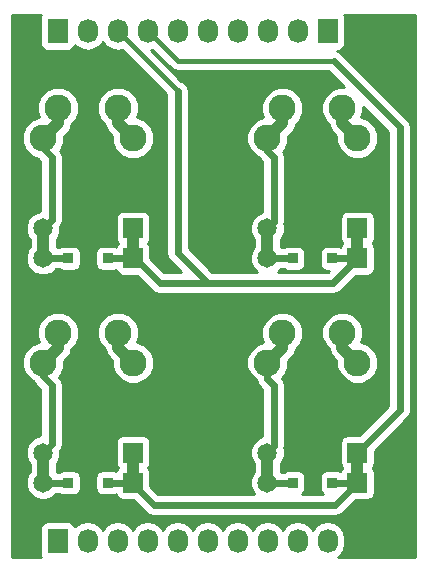
<source format=gbl>
G04 #@! TF.FileFunction,Copper,L2,Bot,Signal*
%FSLAX46Y46*%
G04 Gerber Fmt 4.6, Leading zero omitted, Abs format (unit mm)*
G04 Created by KiCad (PCBNEW (after 2015-jan-16 BZR unknown)-brewed_product) date Sunday, March 08, 2015 'PMt' 01:09:04 PM*
%MOMM*%
G01*
G04 APERTURE LIST*
%ADD10C,0.100000*%
%ADD11C,0.609600*%
%ADD12R,1.727200X2.032000*%
%ADD13O,1.727200X2.032000*%
%ADD14C,2.286000*%
%ADD15C,1.701800*%
%ADD16C,1.651000*%
%ADD17R,1.651000X1.651000*%
%ADD18R,0.838200X0.838200*%
%ADD19C,1.016000*%
%ADD20C,0.406400*%
%ADD21C,0.254000*%
G04 APERTURE END LIST*
D10*
D11*
X184190000Y-138620000D02*
X186336300Y-138620000D01*
X189663700Y-138620000D02*
X191810000Y-138620000D01*
X184190000Y-157620000D02*
X186336300Y-157620000D01*
X189663700Y-157620000D02*
X191810000Y-157620000D01*
X203190000Y-138620000D02*
X205336300Y-138620000D01*
X208663700Y-138620000D02*
X210810000Y-138620000D01*
X203190000Y-157620000D02*
X205336300Y-157620000D01*
X208663700Y-157620000D02*
X210810000Y-157620000D01*
D12*
X185420000Y-162560000D03*
D13*
X187960000Y-162560000D03*
X190500000Y-162560000D03*
X193040000Y-162560000D03*
X195580000Y-162560000D03*
X198120000Y-162560000D03*
X200660000Y-162560000D03*
X203200000Y-162560000D03*
X205740000Y-162560000D03*
X208280000Y-162560000D03*
D14*
X190540000Y-125920000D03*
X184190000Y-128460000D03*
D15*
X182920000Y-131000000D03*
X193080000Y-131000000D03*
D14*
X191810000Y-128460000D03*
X185460000Y-125920000D03*
D16*
X184190000Y-136080000D03*
D17*
X191810000Y-136080000D03*
D16*
X184190000Y-138620000D03*
D17*
X191810000Y-138620000D03*
D18*
X186336300Y-138620000D03*
X189663700Y-138620000D03*
D14*
X190540000Y-144920000D03*
X184190000Y-147460000D03*
D15*
X182920000Y-150000000D03*
X193080000Y-150000000D03*
D14*
X191810000Y-147460000D03*
X185460000Y-144920000D03*
D16*
X184190000Y-155080000D03*
D17*
X191810000Y-155080000D03*
D16*
X184190000Y-157620000D03*
D17*
X191810000Y-157620000D03*
D18*
X186336300Y-157620000D03*
X189663700Y-157620000D03*
D14*
X209540000Y-125920000D03*
X203190000Y-128460000D03*
D15*
X201920000Y-131000000D03*
X212080000Y-131000000D03*
D14*
X210810000Y-128460000D03*
X204460000Y-125920000D03*
D16*
X203190000Y-136080000D03*
D17*
X210810000Y-136080000D03*
D16*
X203190000Y-138620000D03*
D17*
X210810000Y-138620000D03*
D18*
X205336300Y-138620000D03*
X208663700Y-138620000D03*
D14*
X209540000Y-144920000D03*
X203190000Y-147460000D03*
D15*
X201920000Y-150000000D03*
X212080000Y-150000000D03*
D14*
X210810000Y-147460000D03*
X204460000Y-144920000D03*
D16*
X203190000Y-155080000D03*
D17*
X210810000Y-155080000D03*
D16*
X203190000Y-157620000D03*
D17*
X210810000Y-157620000D03*
D18*
X205336300Y-157620000D03*
X208663700Y-157620000D03*
D12*
X185420000Y-119380000D03*
D13*
X187960000Y-119380000D03*
X190500000Y-119380000D03*
X193040000Y-119380000D03*
D12*
X208280000Y-119380000D03*
D13*
X205740000Y-119380000D03*
X203200000Y-119380000D03*
X200660000Y-119380000D03*
X198120000Y-119380000D03*
X195580000Y-119380000D03*
D11*
X190540000Y-125920000D02*
X190500000Y-127000000D01*
D19*
X190540000Y-144920000D02*
X190540000Y-146190000D01*
X190540000Y-146190000D02*
X191810000Y-147460000D01*
X190540000Y-125920000D02*
X190540000Y-127190000D01*
X190540000Y-127190000D02*
X191810000Y-128460000D01*
D20*
X190500000Y-119380000D02*
X195580000Y-124460000D01*
D11*
X195580000Y-138176000D02*
X198120000Y-140716000D01*
X195580000Y-124460000D02*
X195580000Y-138176000D01*
D19*
X210810000Y-136080000D02*
X210810000Y-138620000D01*
X191810000Y-136080000D02*
X191810000Y-138620000D01*
D11*
X191810000Y-138620000D02*
X191960000Y-138620000D01*
X191960000Y-138620000D02*
X194056000Y-140716000D01*
X194056000Y-140716000D02*
X198120000Y-140716000D01*
X198120000Y-140716000D02*
X208714000Y-140716000D01*
X208714000Y-140716000D02*
X210810000Y-138620000D01*
D20*
X193040000Y-119380000D02*
X195580000Y-121920000D01*
D11*
X214376000Y-151514000D02*
X210810000Y-155080000D01*
X214376000Y-127508000D02*
X214376000Y-151514000D01*
X208788000Y-121920000D02*
X214376000Y-127508000D01*
D20*
X195580000Y-121920000D02*
X208788000Y-121920000D01*
D19*
X210810000Y-155080000D02*
X210810000Y-157620000D01*
X191810000Y-155080000D02*
X191810000Y-157620000D01*
D11*
X191810000Y-157620000D02*
X191810000Y-157774000D01*
X191810000Y-157774000D02*
X193548000Y-159512000D01*
X193548000Y-159512000D02*
X208918000Y-159512000D01*
X208918000Y-159512000D02*
X210810000Y-157620000D01*
D19*
X209540000Y-146190000D02*
X210810000Y-147460000D01*
X209540000Y-144920000D02*
X209540000Y-146190000D01*
X209540000Y-125920000D02*
X209540000Y-127190000D01*
X209540000Y-127190000D02*
X210810000Y-128460000D01*
D11*
X184190000Y-128460000D02*
X184190000Y-129326000D01*
X184190000Y-129326000D02*
X184912000Y-130048000D01*
X184912000Y-135358000D02*
X184190000Y-136080000D01*
X184912000Y-130048000D02*
X184912000Y-135358000D01*
D19*
X184190000Y-136080000D02*
X184190000Y-138620000D01*
X185460000Y-125920000D02*
X185460000Y-127190000D01*
X185460000Y-127190000D02*
X184190000Y-128460000D01*
D11*
X184190000Y-147460000D02*
X184190000Y-148630000D01*
X184912000Y-154358000D02*
X184190000Y-155080000D01*
X184912000Y-149352000D02*
X184912000Y-154358000D01*
X184190000Y-148630000D02*
X184912000Y-149352000D01*
D19*
X184190000Y-155080000D02*
X184190000Y-157620000D01*
X185460000Y-144920000D02*
X185460000Y-146190000D01*
X185460000Y-146190000D02*
X184190000Y-147460000D01*
D11*
X203190000Y-128460000D02*
X203190000Y-129530000D01*
X203190000Y-129530000D02*
X203708000Y-130048000D01*
X203708000Y-130048000D02*
X203708000Y-135562000D01*
X203708000Y-135562000D02*
X203190000Y-136080000D01*
D19*
X203190000Y-136080000D02*
X203190000Y-138620000D01*
X204460000Y-125920000D02*
X204460000Y-127190000D01*
X204460000Y-127190000D02*
X203190000Y-128460000D01*
D11*
X203708000Y-154562000D02*
X203190000Y-155080000D01*
X203708000Y-149352000D02*
X203708000Y-154562000D01*
X203190000Y-148834000D02*
X203708000Y-149352000D01*
X203190000Y-147460000D02*
X203190000Y-148834000D01*
D19*
X203190000Y-155080000D02*
X203190000Y-157620000D01*
X204460000Y-144920000D02*
X204460000Y-146190000D01*
X204460000Y-146190000D02*
X203190000Y-147460000D01*
D21*
G36*
X215723000Y-163907000D02*
X215392000Y-163907000D01*
X209186140Y-163907000D01*
X209339670Y-163804415D01*
X209664526Y-163318234D01*
X209778600Y-162744745D01*
X209778600Y-162375255D01*
X209664526Y-161801766D01*
X209339670Y-161315585D01*
X208853489Y-160990729D01*
X208280000Y-160876655D01*
X207706511Y-160990729D01*
X207220330Y-161315585D01*
X207010000Y-161630365D01*
X206799670Y-161315585D01*
X206313489Y-160990729D01*
X205740000Y-160876655D01*
X205166511Y-160990729D01*
X204680330Y-161315585D01*
X204470000Y-161630365D01*
X204259670Y-161315585D01*
X203773489Y-160990729D01*
X203200000Y-160876655D01*
X202626511Y-160990729D01*
X202140330Y-161315585D01*
X201930000Y-161630365D01*
X201719670Y-161315585D01*
X201233489Y-160990729D01*
X200660000Y-160876655D01*
X200086511Y-160990729D01*
X199600330Y-161315585D01*
X199390000Y-161630365D01*
X199179670Y-161315585D01*
X198693489Y-160990729D01*
X198120000Y-160876655D01*
X197546511Y-160990729D01*
X197060330Y-161315585D01*
X196850000Y-161630365D01*
X196639670Y-161315585D01*
X196153489Y-160990729D01*
X195580000Y-160876655D01*
X195006511Y-160990729D01*
X194520330Y-161315585D01*
X194310000Y-161630365D01*
X194099670Y-161315585D01*
X193613489Y-160990729D01*
X193040000Y-160876655D01*
X192466511Y-160990729D01*
X191980330Y-161315585D01*
X191770000Y-161630365D01*
X191559670Y-161315585D01*
X191073489Y-160990729D01*
X190500000Y-160876655D01*
X189926511Y-160990729D01*
X189440330Y-161315585D01*
X189230000Y-161630365D01*
X189019670Y-161315585D01*
X188533489Y-160990729D01*
X187960000Y-160876655D01*
X187402840Y-160987480D01*
X187402840Y-158039100D01*
X187402840Y-157200900D01*
X187402840Y-139039100D01*
X187402840Y-138200900D01*
X187355863Y-137958777D01*
X187216073Y-137745973D01*
X187005040Y-137603523D01*
X186755400Y-137553460D01*
X185917200Y-137553460D01*
X185675077Y-137600437D01*
X185553652Y-137680200D01*
X185333000Y-137680200D01*
X185333000Y-137002652D01*
X185427430Y-136908387D01*
X185650246Y-136371786D01*
X185650647Y-135911627D01*
X185780262Y-135717646D01*
X185851800Y-135358000D01*
X185851800Y-130048000D01*
X185780262Y-129688354D01*
X185658586Y-129506254D01*
X185696436Y-129468471D01*
X185967691Y-128815218D01*
X185968141Y-128298304D01*
X186268223Y-127998223D01*
X186515994Y-127627407D01*
X186577864Y-127316365D01*
X186966436Y-126928471D01*
X187237691Y-126275218D01*
X187238308Y-125567886D01*
X186968194Y-124914160D01*
X186468471Y-124413564D01*
X185815218Y-124142309D01*
X185107886Y-124141692D01*
X184454160Y-124411806D01*
X183953564Y-124911529D01*
X183682309Y-125564782D01*
X183681692Y-126272114D01*
X183850930Y-126681703D01*
X183837886Y-126681692D01*
X183184160Y-126951806D01*
X182683564Y-127451529D01*
X182412309Y-128104782D01*
X182411692Y-128812114D01*
X182681806Y-129465840D01*
X183181529Y-129966436D01*
X183728467Y-130193545D01*
X183972200Y-130437278D01*
X183972200Y-134619309D01*
X183900763Y-134619247D01*
X183363774Y-134841126D01*
X182952570Y-135251613D01*
X182729754Y-135788214D01*
X182729247Y-136369237D01*
X182951126Y-136906226D01*
X183047000Y-137002267D01*
X183047000Y-137697347D01*
X182952570Y-137791613D01*
X182729754Y-138328214D01*
X182729247Y-138909237D01*
X182951126Y-139446226D01*
X183361613Y-139857430D01*
X183898214Y-140080246D01*
X184479237Y-140080753D01*
X185016226Y-139858874D01*
X185315822Y-139559800D01*
X185553966Y-139559800D01*
X185667560Y-139636477D01*
X185917200Y-139686540D01*
X186755400Y-139686540D01*
X186997523Y-139639563D01*
X187210327Y-139499773D01*
X187352777Y-139288740D01*
X187402840Y-139039100D01*
X187402840Y-157200900D01*
X187355863Y-156958777D01*
X187216073Y-156745973D01*
X187005040Y-156603523D01*
X186755400Y-156553460D01*
X185917200Y-156553460D01*
X185675077Y-156600437D01*
X185553652Y-156680200D01*
X185333000Y-156680200D01*
X185333000Y-156002652D01*
X185427430Y-155908387D01*
X185650246Y-155371786D01*
X185650647Y-154911627D01*
X185780262Y-154717646D01*
X185851800Y-154358000D01*
X185851800Y-149352000D01*
X185780262Y-148992354D01*
X185576539Y-148687461D01*
X185526844Y-148637766D01*
X185696436Y-148468471D01*
X185967691Y-147815218D01*
X185968141Y-147298304D01*
X186268223Y-146998223D01*
X186515994Y-146627407D01*
X186577864Y-146316365D01*
X186966436Y-145928471D01*
X187237691Y-145275218D01*
X187238308Y-144567886D01*
X186968194Y-143914160D01*
X186468471Y-143413564D01*
X185815218Y-143142309D01*
X185107886Y-143141692D01*
X184454160Y-143411806D01*
X183953564Y-143911529D01*
X183682309Y-144564782D01*
X183681692Y-145272114D01*
X183850930Y-145681703D01*
X183837886Y-145681692D01*
X183184160Y-145951806D01*
X182683564Y-146451529D01*
X182412309Y-147104782D01*
X182411692Y-147812114D01*
X182681806Y-148465840D01*
X183181529Y-148966436D01*
X183354113Y-149038099D01*
X183525461Y-149294539D01*
X183972200Y-149741278D01*
X183972200Y-153619309D01*
X183900763Y-153619247D01*
X183363774Y-153841126D01*
X182952570Y-154251613D01*
X182729754Y-154788214D01*
X182729247Y-155369237D01*
X182951126Y-155906226D01*
X183047000Y-156002267D01*
X183047000Y-156697347D01*
X182952570Y-156791613D01*
X182729754Y-157328214D01*
X182729247Y-157909237D01*
X182951126Y-158446226D01*
X183361613Y-158857430D01*
X183898214Y-159080246D01*
X184479237Y-159080753D01*
X185016226Y-158858874D01*
X185315822Y-158559800D01*
X185553966Y-158559800D01*
X185667560Y-158636477D01*
X185917200Y-158686540D01*
X186755400Y-158686540D01*
X186997523Y-158639563D01*
X187210327Y-158499773D01*
X187352777Y-158288740D01*
X187402840Y-158039100D01*
X187402840Y-160987480D01*
X187386511Y-160990729D01*
X186900330Y-161315585D01*
X186889784Y-161331367D01*
X186884063Y-161301877D01*
X186744273Y-161089073D01*
X186533240Y-160946623D01*
X186283600Y-160896560D01*
X184556400Y-160896560D01*
X184314277Y-160943537D01*
X184101473Y-161083327D01*
X183959023Y-161294360D01*
X183908960Y-161544000D01*
X183908960Y-163576000D01*
X183955937Y-163818123D01*
X184014319Y-163907000D01*
X181533000Y-163907000D01*
X181533000Y-118033000D01*
X184013942Y-118033000D01*
X183959023Y-118114360D01*
X183908960Y-118364000D01*
X183908960Y-120396000D01*
X183955937Y-120638123D01*
X184095727Y-120850927D01*
X184306760Y-120993377D01*
X184556400Y-121043440D01*
X186283600Y-121043440D01*
X186525723Y-120996463D01*
X186738527Y-120856673D01*
X186880977Y-120645640D01*
X186888718Y-120607037D01*
X186900330Y-120624415D01*
X187386511Y-120949271D01*
X187960000Y-121063345D01*
X188533489Y-120949271D01*
X189019670Y-120624415D01*
X189230000Y-120309634D01*
X189440330Y-120624415D01*
X189926511Y-120949271D01*
X190500000Y-121063345D01*
X190915335Y-120980729D01*
X194640200Y-124705594D01*
X194640200Y-138176000D01*
X194711738Y-138535646D01*
X194915461Y-138840539D01*
X195851122Y-139776200D01*
X194445278Y-139776200D01*
X193588308Y-138919230D01*
X193588308Y-128107886D01*
X193318194Y-127454160D01*
X192818471Y-126953564D01*
X192165218Y-126682309D01*
X192148657Y-126682294D01*
X192317691Y-126275218D01*
X192318308Y-125567886D01*
X192048194Y-124914160D01*
X191548471Y-124413564D01*
X190895218Y-124142309D01*
X190187886Y-124141692D01*
X189534160Y-124411806D01*
X189033564Y-124911529D01*
X188762309Y-125564782D01*
X188761692Y-126272114D01*
X189031806Y-126925840D01*
X189422256Y-127316972D01*
X189484006Y-127627407D01*
X189731777Y-127998223D01*
X190032139Y-128298585D01*
X190031692Y-128812114D01*
X190301806Y-129465840D01*
X190801529Y-129966436D01*
X191454782Y-130237691D01*
X192162114Y-130238308D01*
X192815840Y-129968194D01*
X193316436Y-129468471D01*
X193587691Y-128815218D01*
X193588308Y-128107886D01*
X193588308Y-138919230D01*
X193282940Y-138613862D01*
X193282940Y-137794500D01*
X193235963Y-137552377D01*
X193102194Y-137348739D01*
X193232877Y-137155140D01*
X193282940Y-136905500D01*
X193282940Y-135254500D01*
X193235963Y-135012377D01*
X193096173Y-134799573D01*
X192885140Y-134657123D01*
X192635500Y-134607060D01*
X190984500Y-134607060D01*
X190742377Y-134654037D01*
X190529573Y-134793827D01*
X190387123Y-135004860D01*
X190337060Y-135254500D01*
X190337060Y-136905500D01*
X190384037Y-137147623D01*
X190517805Y-137351260D01*
X190387123Y-137544860D01*
X190370241Y-137629039D01*
X190332440Y-137603523D01*
X190082800Y-137553460D01*
X189244600Y-137553460D01*
X189002477Y-137600437D01*
X188789673Y-137740227D01*
X188647223Y-137951260D01*
X188597160Y-138200900D01*
X188597160Y-139039100D01*
X188644137Y-139281223D01*
X188783927Y-139494027D01*
X188994960Y-139636477D01*
X189244600Y-139686540D01*
X190082800Y-139686540D01*
X190324923Y-139639563D01*
X190369083Y-139610553D01*
X190384037Y-139687623D01*
X190523827Y-139900427D01*
X190734860Y-140042877D01*
X190984500Y-140092940D01*
X192103862Y-140092940D01*
X193391461Y-141380539D01*
X193696354Y-141584262D01*
X194056000Y-141655800D01*
X198120000Y-141655800D01*
X208714000Y-141655800D01*
X209073646Y-141584262D01*
X209378539Y-141380539D01*
X210666138Y-140092940D01*
X211635500Y-140092940D01*
X211877623Y-140045963D01*
X212090427Y-139906173D01*
X212232877Y-139695140D01*
X212282940Y-139445500D01*
X212282940Y-137794500D01*
X212235963Y-137552377D01*
X212102194Y-137348739D01*
X212232877Y-137155140D01*
X212282940Y-136905500D01*
X212282940Y-135254500D01*
X212235963Y-135012377D01*
X212096173Y-134799573D01*
X211885140Y-134657123D01*
X211635500Y-134607060D01*
X209984500Y-134607060D01*
X209742377Y-134654037D01*
X209529573Y-134793827D01*
X209387123Y-135004860D01*
X209337060Y-135254500D01*
X209337060Y-136905500D01*
X209384037Y-137147623D01*
X209517805Y-137351260D01*
X209387123Y-137544860D01*
X209370241Y-137629039D01*
X209332440Y-137603523D01*
X209082800Y-137553460D01*
X208244600Y-137553460D01*
X208002477Y-137600437D01*
X207789673Y-137740227D01*
X207647223Y-137951260D01*
X207597160Y-138200900D01*
X207597160Y-139039100D01*
X207644137Y-139281223D01*
X207783927Y-139494027D01*
X207994960Y-139636477D01*
X208244600Y-139686540D01*
X208414382Y-139686540D01*
X208324722Y-139776200D01*
X204099044Y-139776200D01*
X204315822Y-139559800D01*
X204553966Y-139559800D01*
X204667560Y-139636477D01*
X204917200Y-139686540D01*
X205755400Y-139686540D01*
X205997523Y-139639563D01*
X206210327Y-139499773D01*
X206352777Y-139288740D01*
X206402840Y-139039100D01*
X206402840Y-138200900D01*
X206355863Y-137958777D01*
X206216073Y-137745973D01*
X206005040Y-137603523D01*
X205755400Y-137553460D01*
X204917200Y-137553460D01*
X204675077Y-137600437D01*
X204553652Y-137680200D01*
X204333000Y-137680200D01*
X204333000Y-137002652D01*
X204427430Y-136908387D01*
X204650246Y-136371786D01*
X204650753Y-135790763D01*
X204618042Y-135711598D01*
X204647800Y-135562000D01*
X204647800Y-130048000D01*
X204576262Y-129688354D01*
X204536212Y-129628415D01*
X204696436Y-129468471D01*
X204967691Y-128815218D01*
X204968141Y-128298304D01*
X205268223Y-127998223D01*
X205515994Y-127627407D01*
X205577864Y-127316365D01*
X205966436Y-126928471D01*
X206237691Y-126275218D01*
X206238308Y-125567886D01*
X205968194Y-124914160D01*
X205468471Y-124413564D01*
X204815218Y-124142309D01*
X204107886Y-124141692D01*
X203454160Y-124411806D01*
X202953564Y-124911529D01*
X202682309Y-125564782D01*
X202681692Y-126272114D01*
X202850930Y-126681703D01*
X202837886Y-126681692D01*
X202184160Y-126951806D01*
X201683564Y-127451529D01*
X201412309Y-128104782D01*
X201411692Y-128812114D01*
X201681806Y-129465840D01*
X202181529Y-129966436D01*
X202446589Y-130076498D01*
X202525461Y-130194539D01*
X202768200Y-130437278D01*
X202768200Y-134674020D01*
X202363774Y-134841126D01*
X201952570Y-135251613D01*
X201729754Y-135788214D01*
X201729247Y-136369237D01*
X201951126Y-136906226D01*
X202047000Y-137002267D01*
X202047000Y-137697347D01*
X201952570Y-137791613D01*
X201729754Y-138328214D01*
X201729247Y-138909237D01*
X201951126Y-139446226D01*
X202280524Y-139776200D01*
X198509278Y-139776200D01*
X196519800Y-137786722D01*
X196519800Y-124460000D01*
X196448262Y-124100354D01*
X196244539Y-123795461D01*
X195939646Y-123591738D01*
X195886575Y-123581181D01*
X193314197Y-121008803D01*
X193455335Y-120980729D01*
X194987303Y-122512697D01*
X195259234Y-122694395D01*
X195259235Y-122694396D01*
X195580000Y-122758200D01*
X208297122Y-122758200D01*
X209681044Y-124142122D01*
X209187886Y-124141692D01*
X208534160Y-124411806D01*
X208033564Y-124911529D01*
X207762309Y-125564782D01*
X207761692Y-126272114D01*
X208031806Y-126925840D01*
X208422256Y-127316972D01*
X208484006Y-127627407D01*
X208731777Y-127998223D01*
X209032139Y-128298585D01*
X209031692Y-128812114D01*
X209301806Y-129465840D01*
X209801529Y-129966436D01*
X210454782Y-130237691D01*
X211162114Y-130238308D01*
X211815840Y-129968194D01*
X212316436Y-129468471D01*
X212587691Y-128815218D01*
X212588308Y-128107886D01*
X212318194Y-127454160D01*
X211818471Y-126953564D01*
X211165218Y-126682309D01*
X211148657Y-126682294D01*
X211317691Y-126275218D01*
X211318123Y-125779201D01*
X213436200Y-127897278D01*
X213436200Y-151124722D01*
X212588308Y-151972614D01*
X212588308Y-147107886D01*
X212318194Y-146454160D01*
X211818471Y-145953564D01*
X211165218Y-145682309D01*
X211148657Y-145682294D01*
X211317691Y-145275218D01*
X211318308Y-144567886D01*
X211048194Y-143914160D01*
X210548471Y-143413564D01*
X209895218Y-143142309D01*
X209187886Y-143141692D01*
X208534160Y-143411806D01*
X208033564Y-143911529D01*
X207762309Y-144564782D01*
X207761692Y-145272114D01*
X208031806Y-145925840D01*
X208422256Y-146316972D01*
X208484006Y-146627407D01*
X208731777Y-146998223D01*
X209032139Y-147298585D01*
X209031692Y-147812114D01*
X209301806Y-148465840D01*
X209801529Y-148966436D01*
X210454782Y-149237691D01*
X211162114Y-149238308D01*
X211815840Y-148968194D01*
X212316436Y-148468471D01*
X212587691Y-147815218D01*
X212588308Y-147107886D01*
X212588308Y-151972614D01*
X210953862Y-153607060D01*
X209984500Y-153607060D01*
X209742377Y-153654037D01*
X209529573Y-153793827D01*
X209387123Y-154004860D01*
X209337060Y-154254500D01*
X209337060Y-155905500D01*
X209384037Y-156147623D01*
X209517805Y-156351260D01*
X209387123Y-156544860D01*
X209370241Y-156629039D01*
X209332440Y-156603523D01*
X209082800Y-156553460D01*
X208244600Y-156553460D01*
X208002477Y-156600437D01*
X207789673Y-156740227D01*
X207647223Y-156951260D01*
X207597160Y-157200900D01*
X207597160Y-158039100D01*
X207644137Y-158281223D01*
X207783927Y-158494027D01*
X207899736Y-158572200D01*
X206100070Y-158572200D01*
X206210327Y-158499773D01*
X206352777Y-158288740D01*
X206402840Y-158039100D01*
X206402840Y-157200900D01*
X206355863Y-156958777D01*
X206216073Y-156745973D01*
X206005040Y-156603523D01*
X205755400Y-156553460D01*
X204917200Y-156553460D01*
X204675077Y-156600437D01*
X204553652Y-156680200D01*
X204333000Y-156680200D01*
X204333000Y-156002652D01*
X204427430Y-155908387D01*
X204650246Y-155371786D01*
X204650753Y-154790763D01*
X204618042Y-154711598D01*
X204647800Y-154562000D01*
X204647800Y-149352000D01*
X204576262Y-148992354D01*
X204414361Y-148750053D01*
X204696436Y-148468471D01*
X204967691Y-147815218D01*
X204968141Y-147298304D01*
X205268223Y-146998223D01*
X205515994Y-146627407D01*
X205577864Y-146316365D01*
X205966436Y-145928471D01*
X206237691Y-145275218D01*
X206238308Y-144567886D01*
X205968194Y-143914160D01*
X205468471Y-143413564D01*
X204815218Y-143142309D01*
X204107886Y-143141692D01*
X203454160Y-143411806D01*
X202953564Y-143911529D01*
X202682309Y-144564782D01*
X202681692Y-145272114D01*
X202850930Y-145681703D01*
X202837886Y-145681692D01*
X202184160Y-145951806D01*
X201683564Y-146451529D01*
X201412309Y-147104782D01*
X201411692Y-147812114D01*
X201681806Y-148465840D01*
X202181529Y-148966436D01*
X202285097Y-149009441D01*
X202321738Y-149193646D01*
X202525461Y-149498539D01*
X202768200Y-149741278D01*
X202768200Y-153674020D01*
X202363774Y-153841126D01*
X201952570Y-154251613D01*
X201729754Y-154788214D01*
X201729247Y-155369237D01*
X201951126Y-155906226D01*
X202047000Y-156002267D01*
X202047000Y-156697347D01*
X201952570Y-156791613D01*
X201729754Y-157328214D01*
X201729247Y-157909237D01*
X201951126Y-158446226D01*
X202076880Y-158572200D01*
X193937278Y-158572200D01*
X193588308Y-158223230D01*
X193588308Y-147107886D01*
X193318194Y-146454160D01*
X192818471Y-145953564D01*
X192165218Y-145682309D01*
X192148657Y-145682294D01*
X192317691Y-145275218D01*
X192318308Y-144567886D01*
X192048194Y-143914160D01*
X191548471Y-143413564D01*
X190895218Y-143142309D01*
X190187886Y-143141692D01*
X189534160Y-143411806D01*
X189033564Y-143911529D01*
X188762309Y-144564782D01*
X188761692Y-145272114D01*
X189031806Y-145925840D01*
X189422256Y-146316972D01*
X189484006Y-146627407D01*
X189731777Y-146998223D01*
X190032139Y-147298585D01*
X190031692Y-147812114D01*
X190301806Y-148465840D01*
X190801529Y-148966436D01*
X191454782Y-149237691D01*
X192162114Y-149238308D01*
X192815840Y-148968194D01*
X193316436Y-148468471D01*
X193587691Y-147815218D01*
X193588308Y-147107886D01*
X193588308Y-158223230D01*
X193282940Y-157917862D01*
X193282940Y-156794500D01*
X193235963Y-156552377D01*
X193102194Y-156348739D01*
X193232877Y-156155140D01*
X193282940Y-155905500D01*
X193282940Y-154254500D01*
X193235963Y-154012377D01*
X193096173Y-153799573D01*
X192885140Y-153657123D01*
X192635500Y-153607060D01*
X190984500Y-153607060D01*
X190742377Y-153654037D01*
X190529573Y-153793827D01*
X190387123Y-154004860D01*
X190337060Y-154254500D01*
X190337060Y-155905500D01*
X190384037Y-156147623D01*
X190517805Y-156351260D01*
X190387123Y-156544860D01*
X190370241Y-156629039D01*
X190332440Y-156603523D01*
X190082800Y-156553460D01*
X189244600Y-156553460D01*
X189002477Y-156600437D01*
X188789673Y-156740227D01*
X188647223Y-156951260D01*
X188597160Y-157200900D01*
X188597160Y-158039100D01*
X188644137Y-158281223D01*
X188783927Y-158494027D01*
X188994960Y-158636477D01*
X189244600Y-158686540D01*
X190082800Y-158686540D01*
X190324923Y-158639563D01*
X190369083Y-158610553D01*
X190384037Y-158687623D01*
X190523827Y-158900427D01*
X190734860Y-159042877D01*
X190984500Y-159092940D01*
X191799862Y-159092940D01*
X192883461Y-160176539D01*
X193188354Y-160380262D01*
X193548000Y-160451800D01*
X208918000Y-160451800D01*
X209277646Y-160380262D01*
X209582539Y-160176539D01*
X210666138Y-159092940D01*
X211635500Y-159092940D01*
X211877623Y-159045963D01*
X212090427Y-158906173D01*
X212232877Y-158695140D01*
X212282940Y-158445500D01*
X212282940Y-156794500D01*
X212235963Y-156552377D01*
X212102194Y-156348739D01*
X212232877Y-156155140D01*
X212282940Y-155905500D01*
X212282940Y-154936138D01*
X215040539Y-152178539D01*
X215244262Y-151873646D01*
X215315800Y-151514000D01*
X215315800Y-127508000D01*
X215244262Y-127148354D01*
X215040539Y-126843461D01*
X209452539Y-121255461D01*
X209147646Y-121051738D01*
X209105929Y-121043440D01*
X209143600Y-121043440D01*
X209385723Y-120996463D01*
X209598527Y-120856673D01*
X209740977Y-120645640D01*
X209791040Y-120396000D01*
X209791040Y-118364000D01*
X209744063Y-118121877D01*
X209685680Y-118033000D01*
X215392000Y-118033000D01*
X215723000Y-118033000D01*
X215723000Y-163907000D01*
X215723000Y-163907000D01*
G37*
X215723000Y-163907000D02*
X215392000Y-163907000D01*
X209186140Y-163907000D01*
X209339670Y-163804415D01*
X209664526Y-163318234D01*
X209778600Y-162744745D01*
X209778600Y-162375255D01*
X209664526Y-161801766D01*
X209339670Y-161315585D01*
X208853489Y-160990729D01*
X208280000Y-160876655D01*
X207706511Y-160990729D01*
X207220330Y-161315585D01*
X207010000Y-161630365D01*
X206799670Y-161315585D01*
X206313489Y-160990729D01*
X205740000Y-160876655D01*
X205166511Y-160990729D01*
X204680330Y-161315585D01*
X204470000Y-161630365D01*
X204259670Y-161315585D01*
X203773489Y-160990729D01*
X203200000Y-160876655D01*
X202626511Y-160990729D01*
X202140330Y-161315585D01*
X201930000Y-161630365D01*
X201719670Y-161315585D01*
X201233489Y-160990729D01*
X200660000Y-160876655D01*
X200086511Y-160990729D01*
X199600330Y-161315585D01*
X199390000Y-161630365D01*
X199179670Y-161315585D01*
X198693489Y-160990729D01*
X198120000Y-160876655D01*
X197546511Y-160990729D01*
X197060330Y-161315585D01*
X196850000Y-161630365D01*
X196639670Y-161315585D01*
X196153489Y-160990729D01*
X195580000Y-160876655D01*
X195006511Y-160990729D01*
X194520330Y-161315585D01*
X194310000Y-161630365D01*
X194099670Y-161315585D01*
X193613489Y-160990729D01*
X193040000Y-160876655D01*
X192466511Y-160990729D01*
X191980330Y-161315585D01*
X191770000Y-161630365D01*
X191559670Y-161315585D01*
X191073489Y-160990729D01*
X190500000Y-160876655D01*
X189926511Y-160990729D01*
X189440330Y-161315585D01*
X189230000Y-161630365D01*
X189019670Y-161315585D01*
X188533489Y-160990729D01*
X187960000Y-160876655D01*
X187402840Y-160987480D01*
X187402840Y-158039100D01*
X187402840Y-157200900D01*
X187402840Y-139039100D01*
X187402840Y-138200900D01*
X187355863Y-137958777D01*
X187216073Y-137745973D01*
X187005040Y-137603523D01*
X186755400Y-137553460D01*
X185917200Y-137553460D01*
X185675077Y-137600437D01*
X185553652Y-137680200D01*
X185333000Y-137680200D01*
X185333000Y-137002652D01*
X185427430Y-136908387D01*
X185650246Y-136371786D01*
X185650647Y-135911627D01*
X185780262Y-135717646D01*
X185851800Y-135358000D01*
X185851800Y-130048000D01*
X185780262Y-129688354D01*
X185658586Y-129506254D01*
X185696436Y-129468471D01*
X185967691Y-128815218D01*
X185968141Y-128298304D01*
X186268223Y-127998223D01*
X186515994Y-127627407D01*
X186577864Y-127316365D01*
X186966436Y-126928471D01*
X187237691Y-126275218D01*
X187238308Y-125567886D01*
X186968194Y-124914160D01*
X186468471Y-124413564D01*
X185815218Y-124142309D01*
X185107886Y-124141692D01*
X184454160Y-124411806D01*
X183953564Y-124911529D01*
X183682309Y-125564782D01*
X183681692Y-126272114D01*
X183850930Y-126681703D01*
X183837886Y-126681692D01*
X183184160Y-126951806D01*
X182683564Y-127451529D01*
X182412309Y-128104782D01*
X182411692Y-128812114D01*
X182681806Y-129465840D01*
X183181529Y-129966436D01*
X183728467Y-130193545D01*
X183972200Y-130437278D01*
X183972200Y-134619309D01*
X183900763Y-134619247D01*
X183363774Y-134841126D01*
X182952570Y-135251613D01*
X182729754Y-135788214D01*
X182729247Y-136369237D01*
X182951126Y-136906226D01*
X183047000Y-137002267D01*
X183047000Y-137697347D01*
X182952570Y-137791613D01*
X182729754Y-138328214D01*
X182729247Y-138909237D01*
X182951126Y-139446226D01*
X183361613Y-139857430D01*
X183898214Y-140080246D01*
X184479237Y-140080753D01*
X185016226Y-139858874D01*
X185315822Y-139559800D01*
X185553966Y-139559800D01*
X185667560Y-139636477D01*
X185917200Y-139686540D01*
X186755400Y-139686540D01*
X186997523Y-139639563D01*
X187210327Y-139499773D01*
X187352777Y-139288740D01*
X187402840Y-139039100D01*
X187402840Y-157200900D01*
X187355863Y-156958777D01*
X187216073Y-156745973D01*
X187005040Y-156603523D01*
X186755400Y-156553460D01*
X185917200Y-156553460D01*
X185675077Y-156600437D01*
X185553652Y-156680200D01*
X185333000Y-156680200D01*
X185333000Y-156002652D01*
X185427430Y-155908387D01*
X185650246Y-155371786D01*
X185650647Y-154911627D01*
X185780262Y-154717646D01*
X185851800Y-154358000D01*
X185851800Y-149352000D01*
X185780262Y-148992354D01*
X185576539Y-148687461D01*
X185526844Y-148637766D01*
X185696436Y-148468471D01*
X185967691Y-147815218D01*
X185968141Y-147298304D01*
X186268223Y-146998223D01*
X186515994Y-146627407D01*
X186577864Y-146316365D01*
X186966436Y-145928471D01*
X187237691Y-145275218D01*
X187238308Y-144567886D01*
X186968194Y-143914160D01*
X186468471Y-143413564D01*
X185815218Y-143142309D01*
X185107886Y-143141692D01*
X184454160Y-143411806D01*
X183953564Y-143911529D01*
X183682309Y-144564782D01*
X183681692Y-145272114D01*
X183850930Y-145681703D01*
X183837886Y-145681692D01*
X183184160Y-145951806D01*
X182683564Y-146451529D01*
X182412309Y-147104782D01*
X182411692Y-147812114D01*
X182681806Y-148465840D01*
X183181529Y-148966436D01*
X183354113Y-149038099D01*
X183525461Y-149294539D01*
X183972200Y-149741278D01*
X183972200Y-153619309D01*
X183900763Y-153619247D01*
X183363774Y-153841126D01*
X182952570Y-154251613D01*
X182729754Y-154788214D01*
X182729247Y-155369237D01*
X182951126Y-155906226D01*
X183047000Y-156002267D01*
X183047000Y-156697347D01*
X182952570Y-156791613D01*
X182729754Y-157328214D01*
X182729247Y-157909237D01*
X182951126Y-158446226D01*
X183361613Y-158857430D01*
X183898214Y-159080246D01*
X184479237Y-159080753D01*
X185016226Y-158858874D01*
X185315822Y-158559800D01*
X185553966Y-158559800D01*
X185667560Y-158636477D01*
X185917200Y-158686540D01*
X186755400Y-158686540D01*
X186997523Y-158639563D01*
X187210327Y-158499773D01*
X187352777Y-158288740D01*
X187402840Y-158039100D01*
X187402840Y-160987480D01*
X187386511Y-160990729D01*
X186900330Y-161315585D01*
X186889784Y-161331367D01*
X186884063Y-161301877D01*
X186744273Y-161089073D01*
X186533240Y-160946623D01*
X186283600Y-160896560D01*
X184556400Y-160896560D01*
X184314277Y-160943537D01*
X184101473Y-161083327D01*
X183959023Y-161294360D01*
X183908960Y-161544000D01*
X183908960Y-163576000D01*
X183955937Y-163818123D01*
X184014319Y-163907000D01*
X181533000Y-163907000D01*
X181533000Y-118033000D01*
X184013942Y-118033000D01*
X183959023Y-118114360D01*
X183908960Y-118364000D01*
X183908960Y-120396000D01*
X183955937Y-120638123D01*
X184095727Y-120850927D01*
X184306760Y-120993377D01*
X184556400Y-121043440D01*
X186283600Y-121043440D01*
X186525723Y-120996463D01*
X186738527Y-120856673D01*
X186880977Y-120645640D01*
X186888718Y-120607037D01*
X186900330Y-120624415D01*
X187386511Y-120949271D01*
X187960000Y-121063345D01*
X188533489Y-120949271D01*
X189019670Y-120624415D01*
X189230000Y-120309634D01*
X189440330Y-120624415D01*
X189926511Y-120949271D01*
X190500000Y-121063345D01*
X190915335Y-120980729D01*
X194640200Y-124705594D01*
X194640200Y-138176000D01*
X194711738Y-138535646D01*
X194915461Y-138840539D01*
X195851122Y-139776200D01*
X194445278Y-139776200D01*
X193588308Y-138919230D01*
X193588308Y-128107886D01*
X193318194Y-127454160D01*
X192818471Y-126953564D01*
X192165218Y-126682309D01*
X192148657Y-126682294D01*
X192317691Y-126275218D01*
X192318308Y-125567886D01*
X192048194Y-124914160D01*
X191548471Y-124413564D01*
X190895218Y-124142309D01*
X190187886Y-124141692D01*
X189534160Y-124411806D01*
X189033564Y-124911529D01*
X188762309Y-125564782D01*
X188761692Y-126272114D01*
X189031806Y-126925840D01*
X189422256Y-127316972D01*
X189484006Y-127627407D01*
X189731777Y-127998223D01*
X190032139Y-128298585D01*
X190031692Y-128812114D01*
X190301806Y-129465840D01*
X190801529Y-129966436D01*
X191454782Y-130237691D01*
X192162114Y-130238308D01*
X192815840Y-129968194D01*
X193316436Y-129468471D01*
X193587691Y-128815218D01*
X193588308Y-128107886D01*
X193588308Y-138919230D01*
X193282940Y-138613862D01*
X193282940Y-137794500D01*
X193235963Y-137552377D01*
X193102194Y-137348739D01*
X193232877Y-137155140D01*
X193282940Y-136905500D01*
X193282940Y-135254500D01*
X193235963Y-135012377D01*
X193096173Y-134799573D01*
X192885140Y-134657123D01*
X192635500Y-134607060D01*
X190984500Y-134607060D01*
X190742377Y-134654037D01*
X190529573Y-134793827D01*
X190387123Y-135004860D01*
X190337060Y-135254500D01*
X190337060Y-136905500D01*
X190384037Y-137147623D01*
X190517805Y-137351260D01*
X190387123Y-137544860D01*
X190370241Y-137629039D01*
X190332440Y-137603523D01*
X190082800Y-137553460D01*
X189244600Y-137553460D01*
X189002477Y-137600437D01*
X188789673Y-137740227D01*
X188647223Y-137951260D01*
X188597160Y-138200900D01*
X188597160Y-139039100D01*
X188644137Y-139281223D01*
X188783927Y-139494027D01*
X188994960Y-139636477D01*
X189244600Y-139686540D01*
X190082800Y-139686540D01*
X190324923Y-139639563D01*
X190369083Y-139610553D01*
X190384037Y-139687623D01*
X190523827Y-139900427D01*
X190734860Y-140042877D01*
X190984500Y-140092940D01*
X192103862Y-140092940D01*
X193391461Y-141380539D01*
X193696354Y-141584262D01*
X194056000Y-141655800D01*
X198120000Y-141655800D01*
X208714000Y-141655800D01*
X209073646Y-141584262D01*
X209378539Y-141380539D01*
X210666138Y-140092940D01*
X211635500Y-140092940D01*
X211877623Y-140045963D01*
X212090427Y-139906173D01*
X212232877Y-139695140D01*
X212282940Y-139445500D01*
X212282940Y-137794500D01*
X212235963Y-137552377D01*
X212102194Y-137348739D01*
X212232877Y-137155140D01*
X212282940Y-136905500D01*
X212282940Y-135254500D01*
X212235963Y-135012377D01*
X212096173Y-134799573D01*
X211885140Y-134657123D01*
X211635500Y-134607060D01*
X209984500Y-134607060D01*
X209742377Y-134654037D01*
X209529573Y-134793827D01*
X209387123Y-135004860D01*
X209337060Y-135254500D01*
X209337060Y-136905500D01*
X209384037Y-137147623D01*
X209517805Y-137351260D01*
X209387123Y-137544860D01*
X209370241Y-137629039D01*
X209332440Y-137603523D01*
X209082800Y-137553460D01*
X208244600Y-137553460D01*
X208002477Y-137600437D01*
X207789673Y-137740227D01*
X207647223Y-137951260D01*
X207597160Y-138200900D01*
X207597160Y-139039100D01*
X207644137Y-139281223D01*
X207783927Y-139494027D01*
X207994960Y-139636477D01*
X208244600Y-139686540D01*
X208414382Y-139686540D01*
X208324722Y-139776200D01*
X204099044Y-139776200D01*
X204315822Y-139559800D01*
X204553966Y-139559800D01*
X204667560Y-139636477D01*
X204917200Y-139686540D01*
X205755400Y-139686540D01*
X205997523Y-139639563D01*
X206210327Y-139499773D01*
X206352777Y-139288740D01*
X206402840Y-139039100D01*
X206402840Y-138200900D01*
X206355863Y-137958777D01*
X206216073Y-137745973D01*
X206005040Y-137603523D01*
X205755400Y-137553460D01*
X204917200Y-137553460D01*
X204675077Y-137600437D01*
X204553652Y-137680200D01*
X204333000Y-137680200D01*
X204333000Y-137002652D01*
X204427430Y-136908387D01*
X204650246Y-136371786D01*
X204650753Y-135790763D01*
X204618042Y-135711598D01*
X204647800Y-135562000D01*
X204647800Y-130048000D01*
X204576262Y-129688354D01*
X204536212Y-129628415D01*
X204696436Y-129468471D01*
X204967691Y-128815218D01*
X204968141Y-128298304D01*
X205268223Y-127998223D01*
X205515994Y-127627407D01*
X205577864Y-127316365D01*
X205966436Y-126928471D01*
X206237691Y-126275218D01*
X206238308Y-125567886D01*
X205968194Y-124914160D01*
X205468471Y-124413564D01*
X204815218Y-124142309D01*
X204107886Y-124141692D01*
X203454160Y-124411806D01*
X202953564Y-124911529D01*
X202682309Y-125564782D01*
X202681692Y-126272114D01*
X202850930Y-126681703D01*
X202837886Y-126681692D01*
X202184160Y-126951806D01*
X201683564Y-127451529D01*
X201412309Y-128104782D01*
X201411692Y-128812114D01*
X201681806Y-129465840D01*
X202181529Y-129966436D01*
X202446589Y-130076498D01*
X202525461Y-130194539D01*
X202768200Y-130437278D01*
X202768200Y-134674020D01*
X202363774Y-134841126D01*
X201952570Y-135251613D01*
X201729754Y-135788214D01*
X201729247Y-136369237D01*
X201951126Y-136906226D01*
X202047000Y-137002267D01*
X202047000Y-137697347D01*
X201952570Y-137791613D01*
X201729754Y-138328214D01*
X201729247Y-138909237D01*
X201951126Y-139446226D01*
X202280524Y-139776200D01*
X198509278Y-139776200D01*
X196519800Y-137786722D01*
X196519800Y-124460000D01*
X196448262Y-124100354D01*
X196244539Y-123795461D01*
X195939646Y-123591738D01*
X195886575Y-123581181D01*
X193314197Y-121008803D01*
X193455335Y-120980729D01*
X194987303Y-122512697D01*
X195259234Y-122694395D01*
X195259235Y-122694396D01*
X195580000Y-122758200D01*
X208297122Y-122758200D01*
X209681044Y-124142122D01*
X209187886Y-124141692D01*
X208534160Y-124411806D01*
X208033564Y-124911529D01*
X207762309Y-125564782D01*
X207761692Y-126272114D01*
X208031806Y-126925840D01*
X208422256Y-127316972D01*
X208484006Y-127627407D01*
X208731777Y-127998223D01*
X209032139Y-128298585D01*
X209031692Y-128812114D01*
X209301806Y-129465840D01*
X209801529Y-129966436D01*
X210454782Y-130237691D01*
X211162114Y-130238308D01*
X211815840Y-129968194D01*
X212316436Y-129468471D01*
X212587691Y-128815218D01*
X212588308Y-128107886D01*
X212318194Y-127454160D01*
X211818471Y-126953564D01*
X211165218Y-126682309D01*
X211148657Y-126682294D01*
X211317691Y-126275218D01*
X211318123Y-125779201D01*
X213436200Y-127897278D01*
X213436200Y-151124722D01*
X212588308Y-151972614D01*
X212588308Y-147107886D01*
X212318194Y-146454160D01*
X211818471Y-145953564D01*
X211165218Y-145682309D01*
X211148657Y-145682294D01*
X211317691Y-145275218D01*
X211318308Y-144567886D01*
X211048194Y-143914160D01*
X210548471Y-143413564D01*
X209895218Y-143142309D01*
X209187886Y-143141692D01*
X208534160Y-143411806D01*
X208033564Y-143911529D01*
X207762309Y-144564782D01*
X207761692Y-145272114D01*
X208031806Y-145925840D01*
X208422256Y-146316972D01*
X208484006Y-146627407D01*
X208731777Y-146998223D01*
X209032139Y-147298585D01*
X209031692Y-147812114D01*
X209301806Y-148465840D01*
X209801529Y-148966436D01*
X210454782Y-149237691D01*
X211162114Y-149238308D01*
X211815840Y-148968194D01*
X212316436Y-148468471D01*
X212587691Y-147815218D01*
X212588308Y-147107886D01*
X212588308Y-151972614D01*
X210953862Y-153607060D01*
X209984500Y-153607060D01*
X209742377Y-153654037D01*
X209529573Y-153793827D01*
X209387123Y-154004860D01*
X209337060Y-154254500D01*
X209337060Y-155905500D01*
X209384037Y-156147623D01*
X209517805Y-156351260D01*
X209387123Y-156544860D01*
X209370241Y-156629039D01*
X209332440Y-156603523D01*
X209082800Y-156553460D01*
X208244600Y-156553460D01*
X208002477Y-156600437D01*
X207789673Y-156740227D01*
X207647223Y-156951260D01*
X207597160Y-157200900D01*
X207597160Y-158039100D01*
X207644137Y-158281223D01*
X207783927Y-158494027D01*
X207899736Y-158572200D01*
X206100070Y-158572200D01*
X206210327Y-158499773D01*
X206352777Y-158288740D01*
X206402840Y-158039100D01*
X206402840Y-157200900D01*
X206355863Y-156958777D01*
X206216073Y-156745973D01*
X206005040Y-156603523D01*
X205755400Y-156553460D01*
X204917200Y-156553460D01*
X204675077Y-156600437D01*
X204553652Y-156680200D01*
X204333000Y-156680200D01*
X204333000Y-156002652D01*
X204427430Y-155908387D01*
X204650246Y-155371786D01*
X204650753Y-154790763D01*
X204618042Y-154711598D01*
X204647800Y-154562000D01*
X204647800Y-149352000D01*
X204576262Y-148992354D01*
X204414361Y-148750053D01*
X204696436Y-148468471D01*
X204967691Y-147815218D01*
X204968141Y-147298304D01*
X205268223Y-146998223D01*
X205515994Y-146627407D01*
X205577864Y-146316365D01*
X205966436Y-145928471D01*
X206237691Y-145275218D01*
X206238308Y-144567886D01*
X205968194Y-143914160D01*
X205468471Y-143413564D01*
X204815218Y-143142309D01*
X204107886Y-143141692D01*
X203454160Y-143411806D01*
X202953564Y-143911529D01*
X202682309Y-144564782D01*
X202681692Y-145272114D01*
X202850930Y-145681703D01*
X202837886Y-145681692D01*
X202184160Y-145951806D01*
X201683564Y-146451529D01*
X201412309Y-147104782D01*
X201411692Y-147812114D01*
X201681806Y-148465840D01*
X202181529Y-148966436D01*
X202285097Y-149009441D01*
X202321738Y-149193646D01*
X202525461Y-149498539D01*
X202768200Y-149741278D01*
X202768200Y-153674020D01*
X202363774Y-153841126D01*
X201952570Y-154251613D01*
X201729754Y-154788214D01*
X201729247Y-155369237D01*
X201951126Y-155906226D01*
X202047000Y-156002267D01*
X202047000Y-156697347D01*
X201952570Y-156791613D01*
X201729754Y-157328214D01*
X201729247Y-157909237D01*
X201951126Y-158446226D01*
X202076880Y-158572200D01*
X193937278Y-158572200D01*
X193588308Y-158223230D01*
X193588308Y-147107886D01*
X193318194Y-146454160D01*
X192818471Y-145953564D01*
X192165218Y-145682309D01*
X192148657Y-145682294D01*
X192317691Y-145275218D01*
X192318308Y-144567886D01*
X192048194Y-143914160D01*
X191548471Y-143413564D01*
X190895218Y-143142309D01*
X190187886Y-143141692D01*
X189534160Y-143411806D01*
X189033564Y-143911529D01*
X188762309Y-144564782D01*
X188761692Y-145272114D01*
X189031806Y-145925840D01*
X189422256Y-146316972D01*
X189484006Y-146627407D01*
X189731777Y-146998223D01*
X190032139Y-147298585D01*
X190031692Y-147812114D01*
X190301806Y-148465840D01*
X190801529Y-148966436D01*
X191454782Y-149237691D01*
X192162114Y-149238308D01*
X192815840Y-148968194D01*
X193316436Y-148468471D01*
X193587691Y-147815218D01*
X193588308Y-147107886D01*
X193588308Y-158223230D01*
X193282940Y-157917862D01*
X193282940Y-156794500D01*
X193235963Y-156552377D01*
X193102194Y-156348739D01*
X193232877Y-156155140D01*
X193282940Y-155905500D01*
X193282940Y-154254500D01*
X193235963Y-154012377D01*
X193096173Y-153799573D01*
X192885140Y-153657123D01*
X192635500Y-153607060D01*
X190984500Y-153607060D01*
X190742377Y-153654037D01*
X190529573Y-153793827D01*
X190387123Y-154004860D01*
X190337060Y-154254500D01*
X190337060Y-155905500D01*
X190384037Y-156147623D01*
X190517805Y-156351260D01*
X190387123Y-156544860D01*
X190370241Y-156629039D01*
X190332440Y-156603523D01*
X190082800Y-156553460D01*
X189244600Y-156553460D01*
X189002477Y-156600437D01*
X188789673Y-156740227D01*
X188647223Y-156951260D01*
X188597160Y-157200900D01*
X188597160Y-158039100D01*
X188644137Y-158281223D01*
X188783927Y-158494027D01*
X188994960Y-158636477D01*
X189244600Y-158686540D01*
X190082800Y-158686540D01*
X190324923Y-158639563D01*
X190369083Y-158610553D01*
X190384037Y-158687623D01*
X190523827Y-158900427D01*
X190734860Y-159042877D01*
X190984500Y-159092940D01*
X191799862Y-159092940D01*
X192883461Y-160176539D01*
X193188354Y-160380262D01*
X193548000Y-160451800D01*
X208918000Y-160451800D01*
X209277646Y-160380262D01*
X209582539Y-160176539D01*
X210666138Y-159092940D01*
X211635500Y-159092940D01*
X211877623Y-159045963D01*
X212090427Y-158906173D01*
X212232877Y-158695140D01*
X212282940Y-158445500D01*
X212282940Y-156794500D01*
X212235963Y-156552377D01*
X212102194Y-156348739D01*
X212232877Y-156155140D01*
X212282940Y-155905500D01*
X212282940Y-154936138D01*
X215040539Y-152178539D01*
X215244262Y-151873646D01*
X215315800Y-151514000D01*
X215315800Y-127508000D01*
X215244262Y-127148354D01*
X215040539Y-126843461D01*
X209452539Y-121255461D01*
X209147646Y-121051738D01*
X209105929Y-121043440D01*
X209143600Y-121043440D01*
X209385723Y-120996463D01*
X209598527Y-120856673D01*
X209740977Y-120645640D01*
X209791040Y-120396000D01*
X209791040Y-118364000D01*
X209744063Y-118121877D01*
X209685680Y-118033000D01*
X215392000Y-118033000D01*
X215723000Y-118033000D01*
X215723000Y-163907000D01*
M02*

</source>
